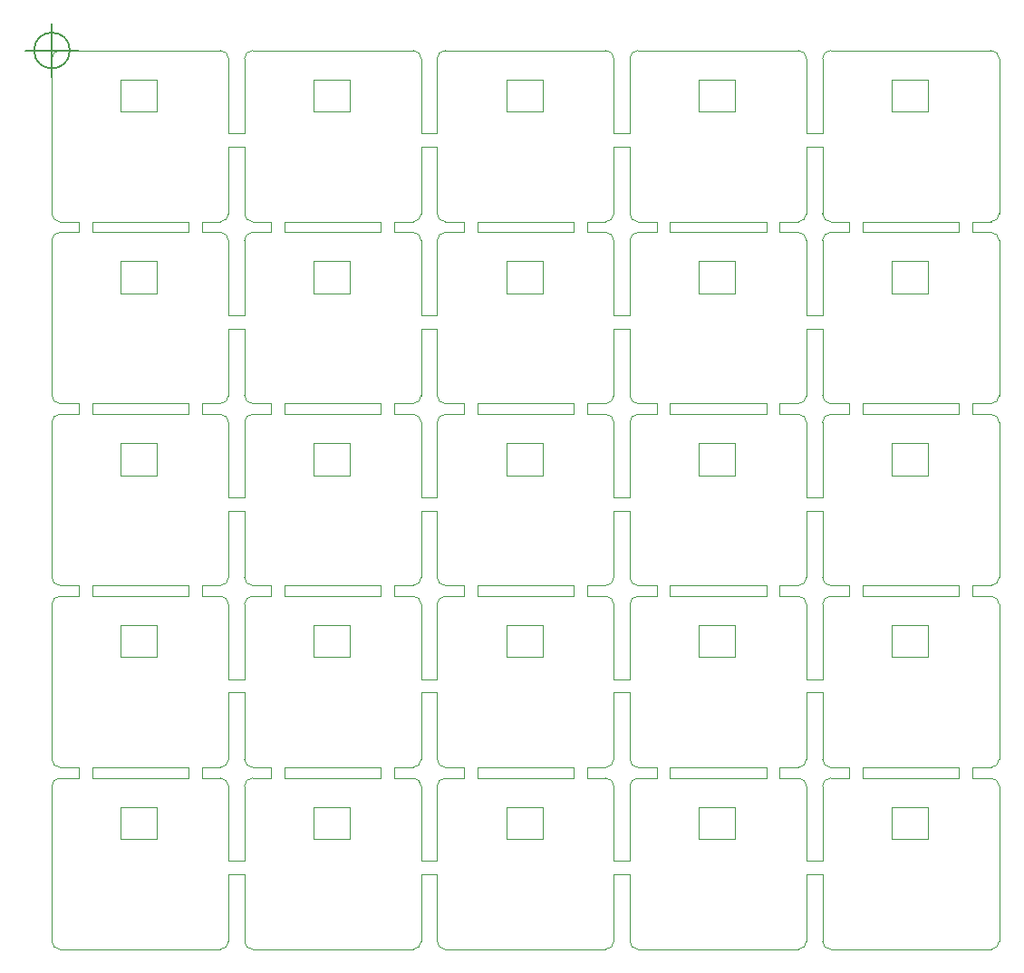
<source format=gm1>
G04 #@! TF.GenerationSoftware,KiCad,Pcbnew,5.1.5+dfsg1-2build2*
G04 #@! TF.CreationDate,2021-01-11T18:37:33+09:00*
G04 #@! TF.ProjectId,choc,63686f63-2e6b-4696-9361-645f70636258,rev?*
G04 #@! TF.SameCoordinates,Original*
G04 #@! TF.FileFunction,Profile,NP*
%FSLAX46Y46*%
G04 Gerber Fmt 4.6, Leading zero omitted, Abs format (unit mm)*
G04 Created by KiCad (PCBNEW 5.1.5+dfsg1-2build2) date 2021-01-11 18:37:33*
%MOMM*%
%LPD*%
G04 APERTURE LIST*
%ADD10C,0.100000*%
%ADD11C,0.150000*%
%ADD12C,0.120000*%
G04 APERTURE END LIST*
D10*
X67948666Y-26797000D02*
G75*
G03X67948666Y-26797000I-1666666J0D01*
G01*
X63782000Y-26797000D02*
X68782000Y-26797000D01*
X66282000Y-24297000D02*
X66282000Y-29297000D01*
X139032000Y-110797000D02*
X154032000Y-110797000D01*
X121032000Y-110797000D02*
X136032000Y-110797000D01*
X103032000Y-110797000D02*
X118032000Y-110797000D01*
X85032000Y-110797000D02*
X100032000Y-110797000D01*
X67032000Y-110797000D02*
X82032000Y-110797000D01*
X154782000Y-78547000D02*
X154782000Y-93047000D01*
X152282000Y-94797000D02*
X154032000Y-94797000D01*
X134282000Y-94797000D02*
X136032000Y-94797000D01*
X116282000Y-94797000D02*
X118032000Y-94797000D01*
X98282000Y-94797000D02*
X100032000Y-94797000D01*
X80282000Y-94797000D02*
X82032000Y-94797000D01*
X152282000Y-77797000D02*
X154032000Y-77797000D01*
X134282000Y-77797000D02*
X136032000Y-77797000D01*
X116282000Y-77797000D02*
X118032000Y-77797000D01*
X98282000Y-77797000D02*
X100032000Y-77797000D01*
X80282000Y-77797000D02*
X82032000Y-77797000D01*
X152282000Y-60797000D02*
X154032000Y-60797000D01*
X134282000Y-60797000D02*
X136032000Y-60797000D01*
X116282000Y-60797000D02*
X118032000Y-60797000D01*
X98282000Y-60797000D02*
X100032000Y-60797000D01*
X80282000Y-60797000D02*
X82032000Y-60797000D01*
X152282000Y-43797000D02*
X154032000Y-43797000D01*
X134282000Y-43797000D02*
X136032000Y-43797000D01*
X116282000Y-43797000D02*
X118032000Y-43797000D01*
X98282000Y-43797000D02*
X100032000Y-43797000D01*
X139032000Y-94797000D02*
X140782000Y-94797000D01*
X121032000Y-94797000D02*
X122782000Y-94797000D01*
X103032000Y-94797000D02*
X104782000Y-94797000D01*
X85032000Y-94797000D02*
X86782000Y-94797000D01*
X67032000Y-94797000D02*
X68782000Y-94797000D01*
X139032000Y-77797000D02*
X140782000Y-77797000D01*
X121032000Y-77797000D02*
X122782000Y-77797000D01*
X103032000Y-77797000D02*
X104782000Y-77797000D01*
X85032000Y-77797000D02*
X86782000Y-77797000D01*
X67032000Y-77797000D02*
X68782000Y-77797000D01*
X139032000Y-60797000D02*
X140782000Y-60797000D01*
X121032000Y-60797000D02*
X122782000Y-60797000D01*
X103032000Y-60797000D02*
X104782000Y-60797000D01*
X85032000Y-60797000D02*
X86782000Y-60797000D01*
X67032000Y-60797000D02*
X68782000Y-60797000D01*
X139032000Y-43797000D02*
X140782000Y-43797000D01*
X121032000Y-43797000D02*
X122782000Y-43797000D01*
X103032000Y-43797000D02*
X104782000Y-43797000D01*
X85032000Y-43797000D02*
X86782000Y-43797000D01*
X142032000Y-94797000D02*
X151032000Y-94797000D01*
X124032000Y-94797000D02*
X133032000Y-94797000D01*
X106032000Y-94797000D02*
X115032000Y-94797000D01*
X88032000Y-94797000D02*
X97032000Y-94797000D01*
X70032000Y-94797000D02*
X79032000Y-94797000D01*
X142032000Y-77797000D02*
X151032000Y-77797000D01*
X124032000Y-77797000D02*
X133032000Y-77797000D01*
X106032000Y-77797000D02*
X115032000Y-77797000D01*
X88032000Y-77797000D02*
X97032000Y-77797000D01*
X70032000Y-77797000D02*
X79032000Y-77797000D01*
X142032000Y-60797000D02*
X151032000Y-60797000D01*
X124032000Y-60797000D02*
X133032000Y-60797000D01*
X106032000Y-60797000D02*
X115032000Y-60797000D01*
X88032000Y-60797000D02*
X97032000Y-60797000D01*
X70032000Y-60797000D02*
X79032000Y-60797000D01*
X142032000Y-43797000D02*
X151032000Y-43797000D01*
X124032000Y-43797000D02*
X133032000Y-43797000D01*
X106032000Y-43797000D02*
X115032000Y-43797000D01*
X88032000Y-43797000D02*
X97032000Y-43797000D01*
X70032000Y-43797000D02*
X79032000Y-43797000D01*
X80282000Y-43797000D02*
X82032000Y-43797000D01*
X154782000Y-95547000D02*
X154782000Y-110047000D01*
X136782000Y-95547000D02*
X136782000Y-102547000D01*
X118782000Y-95547000D02*
X118782000Y-102547000D01*
X100782000Y-95547000D02*
X100782000Y-102547000D01*
X82782000Y-95547000D02*
X82782000Y-102547000D01*
X136782000Y-78547000D02*
X136782000Y-85547000D01*
X118782000Y-78547000D02*
X118782000Y-85547000D01*
X100782000Y-78547000D02*
X100782000Y-85547000D01*
X82782000Y-78547000D02*
X82782000Y-85547000D01*
X136782000Y-61547000D02*
X136782000Y-68547000D01*
X118782000Y-61547000D02*
X118782000Y-68547000D01*
X100782000Y-61547000D02*
X100782000Y-68547000D01*
X82782000Y-61547000D02*
X82782000Y-68547000D01*
X136782000Y-44547000D02*
X136782000Y-51547000D01*
X118782000Y-44547000D02*
X118782000Y-51547000D01*
X100782000Y-44547000D02*
X100782000Y-51547000D01*
X82782000Y-44547000D02*
X82782000Y-51547000D01*
X136782000Y-27547000D02*
X136782000Y-34547000D01*
X118782000Y-27547000D02*
X118782000Y-34547000D01*
X100782000Y-27547000D02*
X100782000Y-34547000D01*
X154782000Y-110047000D02*
G75*
G02X154032000Y-110797000I-750000J0D01*
G01*
X136782000Y-110047000D02*
G75*
G02X136032000Y-110797000I-750000J0D01*
G01*
X118782000Y-110047000D02*
G75*
G02X118032000Y-110797000I-750000J0D01*
G01*
X100782000Y-110047000D02*
G75*
G02X100032000Y-110797000I-750000J0D01*
G01*
X82782000Y-110047000D02*
G75*
G02X82032000Y-110797000I-750000J0D01*
G01*
X154782000Y-93047000D02*
G75*
G02X154032000Y-93797000I-750000J0D01*
G01*
X136782000Y-93047000D02*
G75*
G02X136032000Y-93797000I-750000J0D01*
G01*
X118782000Y-93047000D02*
G75*
G02X118032000Y-93797000I-750000J0D01*
G01*
X100782000Y-93047000D02*
G75*
G02X100032000Y-93797000I-750000J0D01*
G01*
X82782000Y-93047000D02*
G75*
G02X82032000Y-93797000I-750000J0D01*
G01*
X154782000Y-76047000D02*
G75*
G02X154032000Y-76797000I-750000J0D01*
G01*
X136782000Y-76047000D02*
G75*
G02X136032000Y-76797000I-750000J0D01*
G01*
X118782000Y-76047000D02*
G75*
G02X118032000Y-76797000I-750000J0D01*
G01*
X100782000Y-76047000D02*
G75*
G02X100032000Y-76797000I-750000J0D01*
G01*
X82782000Y-76047000D02*
G75*
G02X82032000Y-76797000I-750000J0D01*
G01*
X154782000Y-59047000D02*
G75*
G02X154032000Y-59797000I-750000J0D01*
G01*
X136782000Y-59047000D02*
G75*
G02X136032000Y-59797000I-750000J0D01*
G01*
X118782000Y-59047000D02*
G75*
G02X118032000Y-59797000I-750000J0D01*
G01*
X100782000Y-59047000D02*
G75*
G02X100032000Y-59797000I-750000J0D01*
G01*
X82782000Y-59047000D02*
G75*
G02X82032000Y-59797000I-750000J0D01*
G01*
X154782000Y-42047000D02*
G75*
G02X154032000Y-42797000I-750000J0D01*
G01*
X136782000Y-42047000D02*
G75*
G02X136032000Y-42797000I-750000J0D01*
G01*
X118782000Y-42047000D02*
G75*
G02X118032000Y-42797000I-750000J0D01*
G01*
X100782000Y-42047000D02*
G75*
G02X100032000Y-42797000I-750000J0D01*
G01*
X67032000Y-43797000D02*
X68782000Y-43797000D01*
X139032000Y-26797000D02*
X154032000Y-26797000D01*
X121032000Y-26797000D02*
X136032000Y-26797000D01*
X103032000Y-26797000D02*
X118032000Y-26797000D01*
X85032000Y-26797000D02*
X100032000Y-26797000D01*
X154032000Y-94797000D02*
G75*
G02X154782000Y-95547000I0J-750000D01*
G01*
X136032000Y-94797000D02*
G75*
G02X136782000Y-95547000I0J-750000D01*
G01*
X118032000Y-94797000D02*
G75*
G02X118782000Y-95547000I0J-750000D01*
G01*
X100032000Y-94797000D02*
G75*
G02X100782000Y-95547000I0J-750000D01*
G01*
X82032000Y-94797000D02*
G75*
G02X82782000Y-95547000I0J-750000D01*
G01*
X154032000Y-77797000D02*
G75*
G02X154782000Y-78547000I0J-750000D01*
G01*
X136032000Y-77797000D02*
G75*
G02X136782000Y-78547000I0J-750000D01*
G01*
X118032000Y-77797000D02*
G75*
G02X118782000Y-78547000I0J-750000D01*
G01*
X100032000Y-77797000D02*
G75*
G02X100782000Y-78547000I0J-750000D01*
G01*
X82032000Y-77797000D02*
G75*
G02X82782000Y-78547000I0J-750000D01*
G01*
X154032000Y-60797000D02*
G75*
G02X154782000Y-61547000I0J-750000D01*
G01*
X136032000Y-60797000D02*
G75*
G02X136782000Y-61547000I0J-750000D01*
G01*
X118032000Y-60797000D02*
G75*
G02X118782000Y-61547000I0J-750000D01*
G01*
X100032000Y-60797000D02*
G75*
G02X100782000Y-61547000I0J-750000D01*
G01*
X82032000Y-60797000D02*
G75*
G02X82782000Y-61547000I0J-750000D01*
G01*
X154032000Y-43797000D02*
G75*
G02X154782000Y-44547000I0J-750000D01*
G01*
X136032000Y-43797000D02*
G75*
G02X136782000Y-44547000I0J-750000D01*
G01*
X118032000Y-43797000D02*
G75*
G02X118782000Y-44547000I0J-750000D01*
G01*
X100032000Y-43797000D02*
G75*
G02X100782000Y-44547000I0J-750000D01*
G01*
X82032000Y-43797000D02*
G75*
G02X82782000Y-44547000I0J-750000D01*
G01*
X154032000Y-26797000D02*
G75*
G02X154782000Y-27547000I0J-750000D01*
G01*
X136032000Y-26797000D02*
G75*
G02X136782000Y-27547000I0J-750000D01*
G01*
X118032000Y-26797000D02*
G75*
G02X118782000Y-27547000I0J-750000D01*
G01*
X100032000Y-26797000D02*
G75*
G02X100782000Y-27547000I0J-750000D01*
G01*
X138282000Y-102547000D02*
X138282000Y-95547000D01*
X120282000Y-102547000D02*
X120282000Y-95547000D01*
X102282000Y-102547000D02*
X102282000Y-95547000D01*
X84282000Y-102547000D02*
X84282000Y-95547000D01*
X66282000Y-110047000D02*
X66282000Y-95547000D01*
X138282000Y-85547000D02*
X138282000Y-78547000D01*
X120282000Y-85547000D02*
X120282000Y-78547000D01*
X102282000Y-85547000D02*
X102282000Y-78547000D01*
X84282000Y-85547000D02*
X84282000Y-78547000D01*
X66282000Y-93047000D02*
X66282000Y-78547000D01*
X138282000Y-68547000D02*
X138282000Y-61547000D01*
X120282000Y-68547000D02*
X120282000Y-61547000D01*
X102282000Y-68547000D02*
X102282000Y-61547000D01*
X84282000Y-68547000D02*
X84282000Y-61547000D01*
X66282000Y-76047000D02*
X66282000Y-61547000D01*
X138282000Y-51547000D02*
X138282000Y-44547000D01*
X120282000Y-51547000D02*
X120282000Y-44547000D01*
X102282000Y-51547000D02*
X102282000Y-44547000D01*
X84282000Y-51547000D02*
X84282000Y-44547000D01*
X66282000Y-59047000D02*
X66282000Y-44547000D01*
X138282000Y-34547000D02*
X138282000Y-27547000D01*
X120282000Y-34547000D02*
X120282000Y-27547000D01*
X102282000Y-34547000D02*
X102282000Y-27547000D01*
X84282000Y-34547000D02*
X84282000Y-27547000D01*
X138277385Y-95547000D02*
G75*
G02X139032000Y-94797000I750014J0D01*
G01*
X120277385Y-95547000D02*
G75*
G02X121032000Y-94797000I750014J0D01*
G01*
X102277385Y-95547000D02*
G75*
G02X103032000Y-94797000I750014J0D01*
G01*
X84277385Y-95547000D02*
G75*
G02X85032000Y-94797000I750014J0D01*
G01*
X66277385Y-95547000D02*
G75*
G02X67032000Y-94797000I750014J0D01*
G01*
X138277385Y-78547000D02*
G75*
G02X139032000Y-77797000I750014J0D01*
G01*
X120277385Y-78547000D02*
G75*
G02X121032000Y-77797000I750014J0D01*
G01*
X102277385Y-78547000D02*
G75*
G02X103032000Y-77797000I750014J0D01*
G01*
X84277385Y-78547000D02*
G75*
G02X85032000Y-77797000I750014J0D01*
G01*
X66277385Y-78547000D02*
G75*
G02X67032000Y-77797000I750014J0D01*
G01*
X138277385Y-61547000D02*
G75*
G02X139032000Y-60797000I750014J0D01*
G01*
X120277385Y-61547000D02*
G75*
G02X121032000Y-60797000I750014J0D01*
G01*
X102277385Y-61547000D02*
G75*
G02X103032000Y-60797000I750014J0D01*
G01*
X84277385Y-61547000D02*
G75*
G02X85032000Y-60797000I750014J0D01*
G01*
X66277385Y-61547000D02*
G75*
G02X67032000Y-60797000I750014J0D01*
G01*
X138277385Y-44547000D02*
G75*
G02X139032000Y-43797000I750014J0D01*
G01*
X120277385Y-44547000D02*
G75*
G02X121032000Y-43797000I750014J0D01*
G01*
X102277385Y-44547000D02*
G75*
G02X103032000Y-43797000I750014J0D01*
G01*
X84277385Y-44547000D02*
G75*
G02X85032000Y-43797000I750014J0D01*
G01*
X66277385Y-44547000D02*
G75*
G02X67032000Y-43797000I750014J0D01*
G01*
X138277385Y-27547000D02*
G75*
G02X139032000Y-26797000I750014J0D01*
G01*
X120277385Y-27547000D02*
G75*
G02X121032000Y-26797000I750014J0D01*
G01*
X102277385Y-27547000D02*
G75*
G02X103032000Y-26797000I750014J0D01*
G01*
X84277385Y-27547000D02*
G75*
G02X85032000Y-26797000I750014J0D01*
G01*
X136782000Y-103797000D02*
X136782000Y-110047000D01*
X118782000Y-103797000D02*
X118782000Y-110047000D01*
X100782000Y-103797000D02*
X100782000Y-110047000D01*
X82782000Y-103797000D02*
X82782000Y-110047000D01*
X136782000Y-86797000D02*
X136782000Y-93047000D01*
X118782000Y-86797000D02*
X118782000Y-93047000D01*
X100782000Y-86797000D02*
X100782000Y-93047000D01*
X82782000Y-86797000D02*
X82782000Y-93047000D01*
X154782000Y-61547000D02*
X154782000Y-76047000D01*
X136782000Y-69797000D02*
X136782000Y-76047000D01*
X118782000Y-69797000D02*
X118782000Y-76047000D01*
X100782000Y-69797000D02*
X100782000Y-76047000D01*
X82782000Y-69797000D02*
X82782000Y-76047000D01*
X154782000Y-44547000D02*
X154782000Y-59047000D01*
X136782000Y-52797000D02*
X136782000Y-59047000D01*
X118782000Y-52797000D02*
X118782000Y-59047000D01*
X100782000Y-52797000D02*
X100782000Y-59047000D01*
X82782000Y-52797000D02*
X82782000Y-59047000D01*
X154782000Y-27547000D02*
X154782000Y-42047000D01*
X136782000Y-35797000D02*
X136782000Y-42047000D01*
X118782000Y-35797000D02*
X118782000Y-42047000D01*
X100782000Y-35797000D02*
X100782000Y-42047000D01*
X138282000Y-103797000D02*
X138282000Y-110047000D01*
X120282000Y-103797000D02*
X120282000Y-110047000D01*
X102282000Y-103797000D02*
X102282000Y-110047000D01*
X84282000Y-103797000D02*
X84282000Y-110047000D01*
X138282000Y-86797000D02*
X138282000Y-93047000D01*
X120282000Y-86797000D02*
X120282000Y-93047000D01*
X102282000Y-86797000D02*
X102282000Y-93047000D01*
X84282000Y-86797000D02*
X84282000Y-93047000D01*
X138282000Y-69797000D02*
X138282000Y-76047000D01*
X120282000Y-69797000D02*
X120282000Y-76047000D01*
X102282000Y-69797000D02*
X102282000Y-76047000D01*
X84282000Y-69797000D02*
X84282000Y-76047000D01*
X138282000Y-52797000D02*
X138282000Y-59047000D01*
X120282000Y-52797000D02*
X120282000Y-59047000D01*
X102282000Y-52797000D02*
X102282000Y-59047000D01*
X84282000Y-52797000D02*
X84282000Y-59047000D01*
X138282000Y-35797000D02*
X138282000Y-42047000D01*
X120282000Y-35797000D02*
X120282000Y-42047000D01*
X102282000Y-35797000D02*
X102282000Y-42047000D01*
X84282000Y-35797000D02*
X84282000Y-42047000D01*
X139032000Y-93797000D02*
X140782000Y-93797000D01*
X121032000Y-93797000D02*
X122782000Y-93797000D01*
X103032000Y-93797000D02*
X104782000Y-93797000D01*
X85032000Y-93797000D02*
X86782000Y-93797000D01*
X67032000Y-93797000D02*
X68782000Y-93797000D01*
X139032000Y-76797000D02*
X140782000Y-76797000D01*
X121032000Y-76797000D02*
X122782000Y-76797000D01*
X103032000Y-76797000D02*
X104782000Y-76797000D01*
X85032000Y-76797000D02*
X86782000Y-76797000D01*
X67032000Y-76797000D02*
X68782000Y-76797000D01*
X139032000Y-59797000D02*
X140782000Y-59797000D01*
X121032000Y-59797000D02*
X122782000Y-59797000D01*
X103032000Y-59797000D02*
X104782000Y-59797000D01*
X85032000Y-59797000D02*
X86782000Y-59797000D01*
X67032000Y-59797000D02*
X68782000Y-59797000D01*
X139032000Y-42797000D02*
X140782000Y-42797000D01*
X121032000Y-42797000D02*
X122782000Y-42797000D01*
X103032000Y-42797000D02*
X104782000Y-42797000D01*
X85032000Y-42797000D02*
X86782000Y-42797000D01*
X152282000Y-93797000D02*
X154032000Y-93797000D01*
X134282000Y-93797000D02*
X136032000Y-93797000D01*
X116282000Y-93797000D02*
X118032000Y-93797000D01*
X98282000Y-93797000D02*
X100032000Y-93797000D01*
X80282000Y-93797000D02*
X82032000Y-93797000D01*
X152282000Y-76797000D02*
X154032000Y-76797000D01*
X134282000Y-76797000D02*
X136032000Y-76797000D01*
X116282000Y-76797000D02*
X118032000Y-76797000D01*
X98282000Y-76797000D02*
X100032000Y-76797000D01*
X80282000Y-76797000D02*
X82032000Y-76797000D01*
X152282000Y-59797000D02*
X154032000Y-59797000D01*
X134282000Y-59797000D02*
X136032000Y-59797000D01*
X116282000Y-59797000D02*
X118032000Y-59797000D01*
X98282000Y-59797000D02*
X100032000Y-59797000D01*
X80282000Y-59797000D02*
X82032000Y-59797000D01*
X152282000Y-42797000D02*
X154032000Y-42797000D01*
X134282000Y-42797000D02*
X136032000Y-42797000D01*
X116282000Y-42797000D02*
X118032000Y-42797000D01*
X98282000Y-42797000D02*
X100032000Y-42797000D01*
X136782000Y-102547000D02*
X138282000Y-102547000D01*
X118782000Y-102547000D02*
X120282000Y-102547000D01*
X100782000Y-102547000D02*
X102282000Y-102547000D01*
X82782000Y-102547000D02*
X84282000Y-102547000D01*
X136782000Y-85547000D02*
X138282000Y-85547000D01*
X118782000Y-85547000D02*
X120282000Y-85547000D01*
X100782000Y-85547000D02*
X102282000Y-85547000D01*
X82782000Y-85547000D02*
X84282000Y-85547000D01*
X136782000Y-68547000D02*
X138282000Y-68547000D01*
X118782000Y-68547000D02*
X120282000Y-68547000D01*
X100782000Y-68547000D02*
X102282000Y-68547000D01*
X82782000Y-68547000D02*
X84282000Y-68547000D01*
X136782000Y-51547000D02*
X138282000Y-51547000D01*
X118782000Y-51547000D02*
X120282000Y-51547000D01*
X100782000Y-51547000D02*
X102282000Y-51547000D01*
X82782000Y-51547000D02*
X84282000Y-51547000D01*
X136782000Y-34547000D02*
X138282000Y-34547000D01*
X118782000Y-34547000D02*
X120282000Y-34547000D01*
X100782000Y-34547000D02*
X102282000Y-34547000D01*
X138282000Y-52797000D02*
X136782000Y-52797000D01*
X120282000Y-52797000D02*
X118782000Y-52797000D01*
X138282000Y-35797000D02*
X136782000Y-35797000D01*
X152282000Y-93797000D02*
X152282000Y-94797000D01*
X134282000Y-93797000D02*
X134282000Y-94797000D01*
X116282000Y-93797000D02*
X116282000Y-94797000D01*
X98282000Y-93797000D02*
X98282000Y-94797000D01*
X80282000Y-93797000D02*
X80282000Y-94797000D01*
X152282000Y-76797000D02*
X152282000Y-77797000D01*
X134282000Y-76797000D02*
X134282000Y-77797000D01*
X116282000Y-76797000D02*
X116282000Y-77797000D01*
X98282000Y-76797000D02*
X98282000Y-77797000D01*
X80282000Y-76797000D02*
X80282000Y-77797000D01*
X152282000Y-59797000D02*
X152282000Y-60797000D01*
X134282000Y-59797000D02*
X134282000Y-60797000D01*
X116282000Y-59797000D02*
X116282000Y-60797000D01*
X98282000Y-59797000D02*
X98282000Y-60797000D01*
X80282000Y-59797000D02*
X80282000Y-60797000D01*
X152282000Y-42797000D02*
X152282000Y-43797000D01*
X134282000Y-42797000D02*
X134282000Y-43797000D01*
X116282000Y-42797000D02*
X116282000Y-43797000D01*
X98282000Y-42797000D02*
X98282000Y-43797000D01*
X138282000Y-103797000D02*
X136782000Y-103797000D01*
X120282000Y-103797000D02*
X118782000Y-103797000D01*
X102282000Y-103797000D02*
X100782000Y-103797000D01*
X84282000Y-103797000D02*
X82782000Y-103797000D01*
X138282000Y-86797000D02*
X136782000Y-86797000D01*
X120282000Y-86797000D02*
X118782000Y-86797000D01*
X102282000Y-86797000D02*
X100782000Y-86797000D01*
X84282000Y-86797000D02*
X82782000Y-86797000D01*
X138282000Y-69797000D02*
X136782000Y-69797000D01*
X120282000Y-69797000D02*
X118782000Y-69797000D01*
X102282000Y-69797000D02*
X100782000Y-69797000D01*
X84282000Y-69797000D02*
X82782000Y-69797000D01*
X102282000Y-52797000D02*
X100782000Y-52797000D01*
X84282000Y-52797000D02*
X82782000Y-52797000D01*
X120282000Y-35797000D02*
X118782000Y-35797000D01*
X102282000Y-35797000D02*
X100782000Y-35797000D01*
X139032000Y-110797000D02*
G75*
G02X138282000Y-110047000I0J750000D01*
G01*
X121032000Y-110797000D02*
G75*
G02X120282000Y-110047000I0J750000D01*
G01*
X103032000Y-110797000D02*
G75*
G02X102282000Y-110047000I0J750000D01*
G01*
X85032000Y-110797000D02*
G75*
G02X84282000Y-110047000I0J750000D01*
G01*
X67032000Y-110797000D02*
G75*
G02X66282000Y-110047000I0J750000D01*
G01*
X139032000Y-93797000D02*
G75*
G02X138282000Y-93047000I0J750000D01*
G01*
X121032000Y-93797000D02*
G75*
G02X120282000Y-93047000I0J750000D01*
G01*
X103032000Y-93797000D02*
G75*
G02X102282000Y-93047000I0J750000D01*
G01*
X85032000Y-93797000D02*
G75*
G02X84282000Y-93047000I0J750000D01*
G01*
X67032000Y-93797000D02*
G75*
G02X66282000Y-93047000I0J750000D01*
G01*
X139032000Y-76797000D02*
G75*
G02X138282000Y-76047000I0J750000D01*
G01*
X121032000Y-76797000D02*
G75*
G02X120282000Y-76047000I0J750000D01*
G01*
X103032000Y-76797000D02*
G75*
G02X102282000Y-76047000I0J750000D01*
G01*
X85032000Y-76797000D02*
G75*
G02X84282000Y-76047000I0J750000D01*
G01*
X67032000Y-76797000D02*
G75*
G02X66282000Y-76047000I0J750000D01*
G01*
X139032000Y-59797000D02*
G75*
G02X138282000Y-59047000I0J750000D01*
G01*
X121032000Y-59797000D02*
G75*
G02X120282000Y-59047000I0J750000D01*
G01*
X103032000Y-59797000D02*
G75*
G02X102282000Y-59047000I0J750000D01*
G01*
X85032000Y-59797000D02*
G75*
G02X84282000Y-59047000I0J750000D01*
G01*
X67032000Y-59797000D02*
G75*
G02X66282000Y-59047000I0J750000D01*
G01*
X139032000Y-42797000D02*
G75*
G02X138282000Y-42047000I0J750000D01*
G01*
X121032000Y-42797000D02*
G75*
G02X120282000Y-42047000I0J750000D01*
G01*
X103032000Y-42797000D02*
G75*
G02X102282000Y-42047000I0J750000D01*
G01*
X85032000Y-42797000D02*
G75*
G02X84282000Y-42047000I0J750000D01*
G01*
X151032000Y-93797000D02*
X142032000Y-93797000D01*
X133032000Y-93797000D02*
X124032000Y-93797000D01*
X115032000Y-93797000D02*
X106032000Y-93797000D01*
X97032000Y-93797000D02*
X88032000Y-93797000D01*
X79032000Y-93797000D02*
X70032000Y-93797000D01*
X151032000Y-76797000D02*
X142032000Y-76797000D01*
X133032000Y-76797000D02*
X124032000Y-76797000D01*
X115032000Y-76797000D02*
X106032000Y-76797000D01*
X97032000Y-76797000D02*
X88032000Y-76797000D01*
X79032000Y-76797000D02*
X70032000Y-76797000D01*
X151032000Y-59797000D02*
X142032000Y-59797000D01*
X133032000Y-59797000D02*
X124032000Y-59797000D01*
X115032000Y-59797000D02*
X106032000Y-59797000D01*
X97032000Y-59797000D02*
X88032000Y-59797000D01*
X79032000Y-59797000D02*
X70032000Y-59797000D01*
X151032000Y-42797000D02*
X142032000Y-42797000D01*
X133032000Y-42797000D02*
X124032000Y-42797000D01*
X115032000Y-42797000D02*
X106032000Y-42797000D01*
X97032000Y-42797000D02*
X88032000Y-42797000D01*
X140782000Y-94797000D02*
X140782000Y-93797000D01*
X122782000Y-94797000D02*
X122782000Y-93797000D01*
X104782000Y-94797000D02*
X104782000Y-93797000D01*
X86782000Y-94797000D02*
X86782000Y-93797000D01*
X68782000Y-94797000D02*
X68782000Y-93797000D01*
X140782000Y-77797000D02*
X140782000Y-76797000D01*
X122782000Y-77797000D02*
X122782000Y-76797000D01*
X104782000Y-77797000D02*
X104782000Y-76797000D01*
X86782000Y-77797000D02*
X86782000Y-76797000D01*
X68782000Y-77797000D02*
X68782000Y-76797000D01*
X140782000Y-60797000D02*
X140782000Y-59797000D01*
X122782000Y-60797000D02*
X122782000Y-59797000D01*
X104782000Y-60797000D02*
X104782000Y-59797000D01*
X86782000Y-60797000D02*
X86782000Y-59797000D01*
X68782000Y-60797000D02*
X68782000Y-59797000D01*
X140782000Y-43797000D02*
X140782000Y-42797000D01*
X122782000Y-43797000D02*
X122782000Y-42797000D01*
X104782000Y-43797000D02*
X104782000Y-42797000D01*
X86782000Y-43797000D02*
X86782000Y-42797000D01*
X151032000Y-94797000D02*
X151032000Y-93797000D01*
X133032000Y-94797000D02*
X133032000Y-93797000D01*
X115032000Y-94797000D02*
X115032000Y-93797000D01*
X97032000Y-94797000D02*
X97032000Y-93797000D01*
X79032000Y-94797000D02*
X79032000Y-93797000D01*
X151032000Y-77797000D02*
X151032000Y-76797000D01*
X133032000Y-77797000D02*
X133032000Y-76797000D01*
X115032000Y-77797000D02*
X115032000Y-76797000D01*
X97032000Y-77797000D02*
X97032000Y-76797000D01*
X79032000Y-77797000D02*
X79032000Y-76797000D01*
X151032000Y-60797000D02*
X151032000Y-59797000D01*
X133032000Y-60797000D02*
X133032000Y-59797000D01*
X115032000Y-60797000D02*
X115032000Y-59797000D01*
X97032000Y-60797000D02*
X97032000Y-59797000D01*
X79032000Y-60797000D02*
X79032000Y-59797000D01*
X151032000Y-43797000D02*
X151032000Y-42797000D01*
X133032000Y-43797000D02*
X133032000Y-42797000D01*
X115032000Y-43797000D02*
X115032000Y-42797000D01*
X97032000Y-43797000D02*
X97032000Y-42797000D01*
X142032000Y-93797000D02*
X142032000Y-94797000D01*
X124032000Y-93797000D02*
X124032000Y-94797000D01*
X106032000Y-93797000D02*
X106032000Y-94797000D01*
X88032000Y-93797000D02*
X88032000Y-94797000D01*
X70032000Y-93797000D02*
X70032000Y-94797000D01*
X142032000Y-76797000D02*
X142032000Y-77797000D01*
X124032000Y-76797000D02*
X124032000Y-77797000D01*
X106032000Y-76797000D02*
X106032000Y-77797000D01*
X88032000Y-76797000D02*
X88032000Y-77797000D01*
X70032000Y-76797000D02*
X70032000Y-77797000D01*
X142032000Y-59797000D02*
X142032000Y-60797000D01*
X124032000Y-59797000D02*
X124032000Y-60797000D01*
X106032000Y-59797000D02*
X106032000Y-60797000D01*
X88032000Y-59797000D02*
X88032000Y-60797000D01*
X70032000Y-59797000D02*
X70032000Y-60797000D01*
X142032000Y-42797000D02*
X142032000Y-43797000D01*
X124032000Y-42797000D02*
X124032000Y-43797000D01*
X106032000Y-42797000D02*
X106032000Y-43797000D01*
X88032000Y-42797000D02*
X88032000Y-43797000D01*
X68782000Y-43797000D02*
X68782000Y-42797000D01*
X70032000Y-42797000D02*
X70032000Y-43797000D01*
X79032000Y-43797000D02*
X79032000Y-42797000D01*
X80282000Y-42797000D02*
X80282000Y-43797000D01*
X84282000Y-35797000D02*
X82782000Y-35797000D01*
X82782000Y-34547000D02*
X84282000Y-34547000D01*
X80282000Y-42797000D02*
X82032000Y-42797000D01*
X67032000Y-42797000D02*
X68782000Y-42797000D01*
X82782000Y-35797000D02*
X82782000Y-42047000D01*
X66277385Y-27547000D02*
G75*
G02X67032000Y-26797000I750014J0D01*
G01*
X66282000Y-42047000D02*
X66282000Y-27547000D01*
X82032000Y-26797000D02*
G75*
G02X82782000Y-27547000I0J-750000D01*
G01*
X67032000Y-26797000D02*
X82032000Y-26797000D01*
X82782000Y-42047000D02*
G75*
G02X82032000Y-42797000I-750000J0D01*
G01*
X82782000Y-27547000D02*
X82782000Y-34547000D01*
X79032000Y-42797000D02*
X70032000Y-42797000D01*
X67032000Y-42797000D02*
G75*
G02X66282000Y-42047000I0J750000D01*
G01*
D11*
X67953769Y-26797000D02*
G75*
G03X67953769Y-26797000I-1666666J0D01*
G01*
X63787103Y-26797000D02*
X68787103Y-26797000D01*
X66287103Y-24297000D02*
X66287103Y-29297000D01*
D12*
X76122000Y-29502000D02*
X76122000Y-32502000D01*
X76122000Y-32502000D02*
X72722000Y-32502000D01*
X72722000Y-32502000D02*
X72722000Y-29502000D01*
X72722000Y-29502000D02*
X76122000Y-29502000D01*
X112122000Y-29502000D02*
X112122000Y-32502000D01*
X112122000Y-32502000D02*
X108722000Y-32502000D01*
X108722000Y-32502000D02*
X108722000Y-29502000D01*
X108722000Y-29502000D02*
X112122000Y-29502000D01*
X76122000Y-80502000D02*
X76122000Y-83502000D01*
X76122000Y-83502000D02*
X72722000Y-83502000D01*
X72722000Y-83502000D02*
X72722000Y-80502000D01*
X72722000Y-80502000D02*
X76122000Y-80502000D01*
X148122000Y-97502000D02*
X148122000Y-100502000D01*
X148122000Y-100502000D02*
X144722000Y-100502000D01*
X144722000Y-100502000D02*
X144722000Y-97502000D01*
X144722000Y-97502000D02*
X148122000Y-97502000D01*
X130122000Y-97502000D02*
X130122000Y-100502000D01*
X130122000Y-100502000D02*
X126722000Y-100502000D01*
X126722000Y-100502000D02*
X126722000Y-97502000D01*
X126722000Y-97502000D02*
X130122000Y-97502000D01*
X112122000Y-97502000D02*
X112122000Y-100502000D01*
X112122000Y-100502000D02*
X108722000Y-100502000D01*
X108722000Y-100502000D02*
X108722000Y-97502000D01*
X108722000Y-97502000D02*
X112122000Y-97502000D01*
X94122000Y-97502000D02*
X94122000Y-100502000D01*
X94122000Y-100502000D02*
X90722000Y-100502000D01*
X90722000Y-100502000D02*
X90722000Y-97502000D01*
X90722000Y-97502000D02*
X94122000Y-97502000D01*
X76122000Y-97502000D02*
X76122000Y-100502000D01*
X76122000Y-100502000D02*
X72722000Y-100502000D01*
X72722000Y-100502000D02*
X72722000Y-97502000D01*
X72722000Y-97502000D02*
X76122000Y-97502000D01*
X148122000Y-80502000D02*
X148122000Y-83502000D01*
X148122000Y-83502000D02*
X144722000Y-83502000D01*
X144722000Y-83502000D02*
X144722000Y-80502000D01*
X144722000Y-80502000D02*
X148122000Y-80502000D01*
X130122000Y-80502000D02*
X130122000Y-83502000D01*
X130122000Y-83502000D02*
X126722000Y-83502000D01*
X126722000Y-83502000D02*
X126722000Y-80502000D01*
X126722000Y-80502000D02*
X130122000Y-80502000D01*
X112122000Y-80502000D02*
X112122000Y-83502000D01*
X112122000Y-83502000D02*
X108722000Y-83502000D01*
X108722000Y-83502000D02*
X108722000Y-80502000D01*
X108722000Y-80502000D02*
X112122000Y-80502000D01*
X94122000Y-80502000D02*
X94122000Y-83502000D01*
X94122000Y-83502000D02*
X90722000Y-83502000D01*
X90722000Y-83502000D02*
X90722000Y-80502000D01*
X90722000Y-80502000D02*
X94122000Y-80502000D01*
X148122000Y-63502000D02*
X148122000Y-66502000D01*
X148122000Y-66502000D02*
X144722000Y-66502000D01*
X144722000Y-66502000D02*
X144722000Y-63502000D01*
X144722000Y-63502000D02*
X148122000Y-63502000D01*
X130122000Y-63502000D02*
X130122000Y-66502000D01*
X130122000Y-66502000D02*
X126722000Y-66502000D01*
X126722000Y-66502000D02*
X126722000Y-63502000D01*
X126722000Y-63502000D02*
X130122000Y-63502000D01*
X112122000Y-63502000D02*
X112122000Y-66502000D01*
X112122000Y-66502000D02*
X108722000Y-66502000D01*
X108722000Y-66502000D02*
X108722000Y-63502000D01*
X108722000Y-63502000D02*
X112122000Y-63502000D01*
X94122000Y-63502000D02*
X94122000Y-66502000D01*
X94122000Y-66502000D02*
X90722000Y-66502000D01*
X90722000Y-66502000D02*
X90722000Y-63502000D01*
X90722000Y-63502000D02*
X94122000Y-63502000D01*
X76122000Y-63502000D02*
X76122000Y-66502000D01*
X76122000Y-66502000D02*
X72722000Y-66502000D01*
X72722000Y-66502000D02*
X72722000Y-63502000D01*
X72722000Y-63502000D02*
X76122000Y-63502000D01*
X148122000Y-46502000D02*
X148122000Y-49502000D01*
X148122000Y-49502000D02*
X144722000Y-49502000D01*
X144722000Y-49502000D02*
X144722000Y-46502000D01*
X144722000Y-46502000D02*
X148122000Y-46502000D01*
X130122000Y-46502000D02*
X130122000Y-49502000D01*
X130122000Y-49502000D02*
X126722000Y-49502000D01*
X126722000Y-49502000D02*
X126722000Y-46502000D01*
X126722000Y-46502000D02*
X130122000Y-46502000D01*
X112122000Y-46502000D02*
X112122000Y-49502000D01*
X112122000Y-49502000D02*
X108722000Y-49502000D01*
X108722000Y-49502000D02*
X108722000Y-46502000D01*
X108722000Y-46502000D02*
X112122000Y-46502000D01*
X94122000Y-46502000D02*
X94122000Y-49502000D01*
X94122000Y-49502000D02*
X90722000Y-49502000D01*
X90722000Y-49502000D02*
X90722000Y-46502000D01*
X90722000Y-46502000D02*
X94122000Y-46502000D01*
X76122000Y-46502000D02*
X76122000Y-49502000D01*
X76122000Y-49502000D02*
X72722000Y-49502000D01*
X72722000Y-49502000D02*
X72722000Y-46502000D01*
X72722000Y-46502000D02*
X76122000Y-46502000D01*
X148122000Y-29502000D02*
X148122000Y-32502000D01*
X148122000Y-32502000D02*
X144722000Y-32502000D01*
X144722000Y-32502000D02*
X144722000Y-29502000D01*
X144722000Y-29502000D02*
X148122000Y-29502000D01*
X130122000Y-29502000D02*
X130122000Y-32502000D01*
X130122000Y-32502000D02*
X126722000Y-32502000D01*
X126722000Y-32502000D02*
X126722000Y-29502000D01*
X126722000Y-29502000D02*
X130122000Y-29502000D01*
X94122000Y-29502000D02*
X94122000Y-32502000D01*
X94122000Y-32502000D02*
X90722000Y-32502000D01*
X90722000Y-32502000D02*
X90722000Y-29502000D01*
X90722000Y-29502000D02*
X94122000Y-29502000D01*
M02*

</source>
